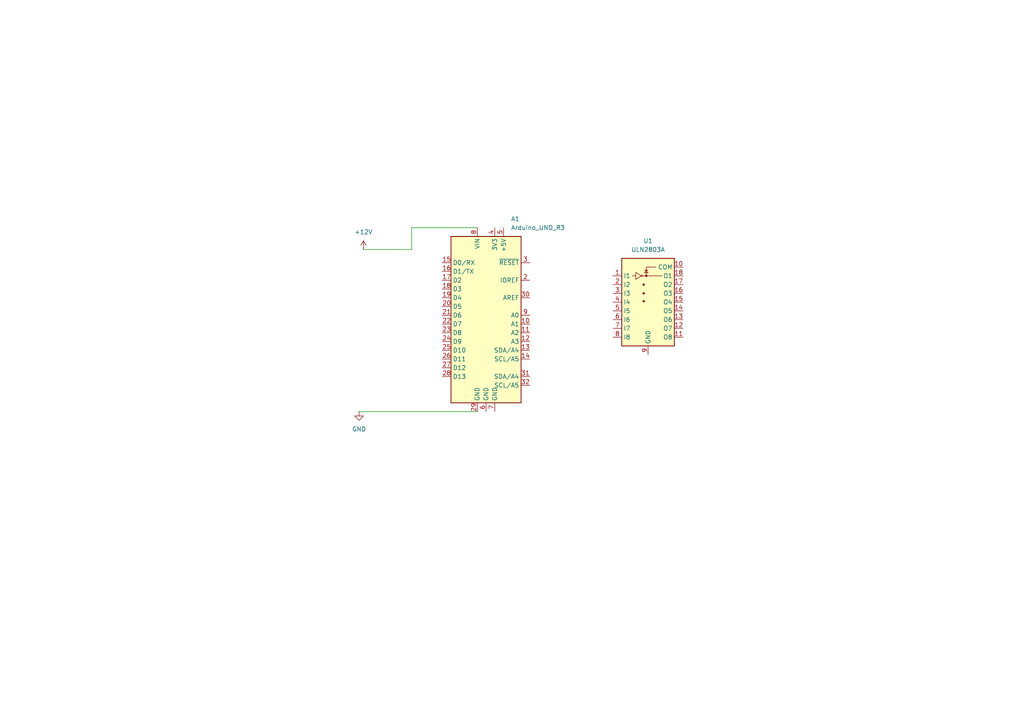
<source format=kicad_sch>
(kicad_sch
	(version 20250114)
	(generator "eeschema")
	(generator_version "9.0")
	(uuid "a002d704-c5be-46eb-b2c9-44da7de35087")
	(paper "A4")
	(lib_symbols
		(symbol "MCU_Module:Arduino_UNO_R3"
			(exclude_from_sim no)
			(in_bom yes)
			(on_board yes)
			(property "Reference" "A"
				(at -10.16 23.495 0)
				(effects
					(font
						(size 1.27 1.27)
					)
					(justify left bottom)
				)
			)
			(property "Value" "Arduino_UNO_R3"
				(at 5.08 -26.67 0)
				(effects
					(font
						(size 1.27 1.27)
					)
					(justify left top)
				)
			)
			(property "Footprint" "Module:Arduino_UNO_R3"
				(at 0 0 0)
				(effects
					(font
						(size 1.27 1.27)
						(italic yes)
					)
					(hide yes)
				)
			)
			(property "Datasheet" "https://www.arduino.cc/en/Main/arduinoBoardUno"
				(at 0 0 0)
				(effects
					(font
						(size 1.27 1.27)
					)
					(hide yes)
				)
			)
			(property "Description" "Arduino UNO Microcontroller Module, release 3"
				(at 0 0 0)
				(effects
					(font
						(size 1.27 1.27)
					)
					(hide yes)
				)
			)
			(property "ki_keywords" "Arduino UNO R3 Microcontroller Module Atmel AVR USB"
				(at 0 0 0)
				(effects
					(font
						(size 1.27 1.27)
					)
					(hide yes)
				)
			)
			(property "ki_fp_filters" "Arduino*UNO*R3*"
				(at 0 0 0)
				(effects
					(font
						(size 1.27 1.27)
					)
					(hide yes)
				)
			)
			(symbol "Arduino_UNO_R3_0_1"
				(rectangle
					(start -10.16 22.86)
					(end 10.16 -25.4)
					(stroke
						(width 0.254)
						(type default)
					)
					(fill
						(type background)
					)
				)
			)
			(symbol "Arduino_UNO_R3_1_1"
				(pin bidirectional line
					(at -12.7 15.24 0)
					(length 2.54)
					(name "D0/RX"
						(effects
							(font
								(size 1.27 1.27)
							)
						)
					)
					(number "15"
						(effects
							(font
								(size 1.27 1.27)
							)
						)
					)
				)
				(pin bidirectional line
					(at -12.7 12.7 0)
					(length 2.54)
					(name "D1/TX"
						(effects
							(font
								(size 1.27 1.27)
							)
						)
					)
					(number "16"
						(effects
							(font
								(size 1.27 1.27)
							)
						)
					)
				)
				(pin bidirectional line
					(at -12.7 10.16 0)
					(length 2.54)
					(name "D2"
						(effects
							(font
								(size 1.27 1.27)
							)
						)
					)
					(number "17"
						(effects
							(font
								(size 1.27 1.27)
							)
						)
					)
				)
				(pin bidirectional line
					(at -12.7 7.62 0)
					(length 2.54)
					(name "D3"
						(effects
							(font
								(size 1.27 1.27)
							)
						)
					)
					(number "18"
						(effects
							(font
								(size 1.27 1.27)
							)
						)
					)
				)
				(pin bidirectional line
					(at -12.7 5.08 0)
					(length 2.54)
					(name "D4"
						(effects
							(font
								(size 1.27 1.27)
							)
						)
					)
					(number "19"
						(effects
							(font
								(size 1.27 1.27)
							)
						)
					)
				)
				(pin bidirectional line
					(at -12.7 2.54 0)
					(length 2.54)
					(name "D5"
						(effects
							(font
								(size 1.27 1.27)
							)
						)
					)
					(number "20"
						(effects
							(font
								(size 1.27 1.27)
							)
						)
					)
				)
				(pin bidirectional line
					(at -12.7 0 0)
					(length 2.54)
					(name "D6"
						(effects
							(font
								(size 1.27 1.27)
							)
						)
					)
					(number "21"
						(effects
							(font
								(size 1.27 1.27)
							)
						)
					)
				)
				(pin bidirectional line
					(at -12.7 -2.54 0)
					(length 2.54)
					(name "D7"
						(effects
							(font
								(size 1.27 1.27)
							)
						)
					)
					(number "22"
						(effects
							(font
								(size 1.27 1.27)
							)
						)
					)
				)
				(pin bidirectional line
					(at -12.7 -5.08 0)
					(length 2.54)
					(name "D8"
						(effects
							(font
								(size 1.27 1.27)
							)
						)
					)
					(number "23"
						(effects
							(font
								(size 1.27 1.27)
							)
						)
					)
				)
				(pin bidirectional line
					(at -12.7 -7.62 0)
					(length 2.54)
					(name "D9"
						(effects
							(font
								(size 1.27 1.27)
							)
						)
					)
					(number "24"
						(effects
							(font
								(size 1.27 1.27)
							)
						)
					)
				)
				(pin bidirectional line
					(at -12.7 -10.16 0)
					(length 2.54)
					(name "D10"
						(effects
							(font
								(size 1.27 1.27)
							)
						)
					)
					(number "25"
						(effects
							(font
								(size 1.27 1.27)
							)
						)
					)
				)
				(pin bidirectional line
					(at -12.7 -12.7 0)
					(length 2.54)
					(name "D11"
						(effects
							(font
								(size 1.27 1.27)
							)
						)
					)
					(number "26"
						(effects
							(font
								(size 1.27 1.27)
							)
						)
					)
				)
				(pin bidirectional line
					(at -12.7 -15.24 0)
					(length 2.54)
					(name "D12"
						(effects
							(font
								(size 1.27 1.27)
							)
						)
					)
					(number "27"
						(effects
							(font
								(size 1.27 1.27)
							)
						)
					)
				)
				(pin bidirectional line
					(at -12.7 -17.78 0)
					(length 2.54)
					(name "D13"
						(effects
							(font
								(size 1.27 1.27)
							)
						)
					)
					(number "28"
						(effects
							(font
								(size 1.27 1.27)
							)
						)
					)
				)
				(pin no_connect line
					(at -10.16 -20.32 0)
					(length 2.54)
					(hide yes)
					(name "NC"
						(effects
							(font
								(size 1.27 1.27)
							)
						)
					)
					(number "1"
						(effects
							(font
								(size 1.27 1.27)
							)
						)
					)
				)
				(pin power_in line
					(at -2.54 25.4 270)
					(length 2.54)
					(name "VIN"
						(effects
							(font
								(size 1.27 1.27)
							)
						)
					)
					(number "8"
						(effects
							(font
								(size 1.27 1.27)
							)
						)
					)
				)
				(pin power_in line
					(at -2.54 -27.94 90)
					(length 2.54)
					(name "GND"
						(effects
							(font
								(size 1.27 1.27)
							)
						)
					)
					(number "29"
						(effects
							(font
								(size 1.27 1.27)
							)
						)
					)
				)
				(pin power_in line
					(at 0 -27.94 90)
					(length 2.54)
					(name "GND"
						(effects
							(font
								(size 1.27 1.27)
							)
						)
					)
					(number "6"
						(effects
							(font
								(size 1.27 1.27)
							)
						)
					)
				)
				(pin power_out line
					(at 2.54 25.4 270)
					(length 2.54)
					(name "3V3"
						(effects
							(font
								(size 1.27 1.27)
							)
						)
					)
					(number "4"
						(effects
							(font
								(size 1.27 1.27)
							)
						)
					)
				)
				(pin power_in line
					(at 2.54 -27.94 90)
					(length 2.54)
					(name "GND"
						(effects
							(font
								(size 1.27 1.27)
							)
						)
					)
					(number "7"
						(effects
							(font
								(size 1.27 1.27)
							)
						)
					)
				)
				(pin power_out line
					(at 5.08 25.4 270)
					(length 2.54)
					(name "+5V"
						(effects
							(font
								(size 1.27 1.27)
							)
						)
					)
					(number "5"
						(effects
							(font
								(size 1.27 1.27)
							)
						)
					)
				)
				(pin input line
					(at 12.7 15.24 180)
					(length 2.54)
					(name "~{RESET}"
						(effects
							(font
								(size 1.27 1.27)
							)
						)
					)
					(number "3"
						(effects
							(font
								(size 1.27 1.27)
							)
						)
					)
				)
				(pin output line
					(at 12.7 10.16 180)
					(length 2.54)
					(name "IOREF"
						(effects
							(font
								(size 1.27 1.27)
							)
						)
					)
					(number "2"
						(effects
							(font
								(size 1.27 1.27)
							)
						)
					)
				)
				(pin input line
					(at 12.7 5.08 180)
					(length 2.54)
					(name "AREF"
						(effects
							(font
								(size 1.27 1.27)
							)
						)
					)
					(number "30"
						(effects
							(font
								(size 1.27 1.27)
							)
						)
					)
				)
				(pin bidirectional line
					(at 12.7 0 180)
					(length 2.54)
					(name "A0"
						(effects
							(font
								(size 1.27 1.27)
							)
						)
					)
					(number "9"
						(effects
							(font
								(size 1.27 1.27)
							)
						)
					)
				)
				(pin bidirectional line
					(at 12.7 -2.54 180)
					(length 2.54)
					(name "A1"
						(effects
							(font
								(size 1.27 1.27)
							)
						)
					)
					(number "10"
						(effects
							(font
								(size 1.27 1.27)
							)
						)
					)
				)
				(pin bidirectional line
					(at 12.7 -5.08 180)
					(length 2.54)
					(name "A2"
						(effects
							(font
								(size 1.27 1.27)
							)
						)
					)
					(number "11"
						(effects
							(font
								(size 1.27 1.27)
							)
						)
					)
				)
				(pin bidirectional line
					(at 12.7 -7.62 180)
					(length 2.54)
					(name "A3"
						(effects
							(font
								(size 1.27 1.27)
							)
						)
					)
					(number "12"
						(effects
							(font
								(size 1.27 1.27)
							)
						)
					)
				)
				(pin bidirectional line
					(at 12.7 -10.16 180)
					(length 2.54)
					(name "SDA/A4"
						(effects
							(font
								(size 1.27 1.27)
							)
						)
					)
					(number "13"
						(effects
							(font
								(size 1.27 1.27)
							)
						)
					)
				)
				(pin bidirectional line
					(at 12.7 -12.7 180)
					(length 2.54)
					(name "SCL/A5"
						(effects
							(font
								(size 1.27 1.27)
							)
						)
					)
					(number "14"
						(effects
							(font
								(size 1.27 1.27)
							)
						)
					)
				)
				(pin bidirectional line
					(at 12.7 -17.78 180)
					(length 2.54)
					(name "SDA/A4"
						(effects
							(font
								(size 1.27 1.27)
							)
						)
					)
					(number "31"
						(effects
							(font
								(size 1.27 1.27)
							)
						)
					)
				)
				(pin bidirectional line
					(at 12.7 -20.32 180)
					(length 2.54)
					(name "SCL/A5"
						(effects
							(font
								(size 1.27 1.27)
							)
						)
					)
					(number "32"
						(effects
							(font
								(size 1.27 1.27)
							)
						)
					)
				)
			)
			(embedded_fonts no)
		)
		(symbol "Transistor_Array:ULN2803A"
			(exclude_from_sim no)
			(in_bom yes)
			(on_board yes)
			(property "Reference" "U"
				(at 0 13.335 0)
				(effects
					(font
						(size 1.27 1.27)
					)
				)
			)
			(property "Value" "ULN2803A"
				(at 0 11.43 0)
				(effects
					(font
						(size 1.27 1.27)
					)
				)
			)
			(property "Footprint" ""
				(at 1.27 -16.51 0)
				(effects
					(font
						(size 1.27 1.27)
					)
					(justify left)
					(hide yes)
				)
			)
			(property "Datasheet" "http://www.ti.com/lit/ds/symlink/uln2803a.pdf"
				(at 2.54 -5.08 0)
				(effects
					(font
						(size 1.27 1.27)
					)
					(hide yes)
				)
			)
			(property "Description" "Darlington Transistor Arrays, SOIC18/DIP18"
				(at 0 0 0)
				(effects
					(font
						(size 1.27 1.27)
					)
					(hide yes)
				)
			)
			(property "ki_keywords" "Darlington transistor array"
				(at 0 0 0)
				(effects
					(font
						(size 1.27 1.27)
					)
					(hide yes)
				)
			)
			(property "ki_fp_filters" "DIP*W7.62mm* SOIC*7.5x11.6mm*P1.27mm*"
				(at 0 0 0)
				(effects
					(font
						(size 1.27 1.27)
					)
					(hide yes)
				)
			)
			(symbol "ULN2803A_0_1"
				(rectangle
					(start -7.62 -15.24)
					(end 7.62 10.16)
					(stroke
						(width 0.254)
						(type default)
					)
					(fill
						(type background)
					)
				)
				(polyline
					(pts
						(xy -4.572 5.08) (xy -3.556 5.08)
					)
					(stroke
						(width 0)
						(type default)
					)
					(fill
						(type none)
					)
				)
				(polyline
					(pts
						(xy -3.556 6.096) (xy -3.556 4.064) (xy -2.032 5.08) (xy -3.556 6.096)
					)
					(stroke
						(width 0)
						(type default)
					)
					(fill
						(type none)
					)
				)
				(circle
					(center -1.778 5.08)
					(radius 0.254)
					(stroke
						(width 0)
						(type default)
					)
					(fill
						(type none)
					)
				)
				(polyline
					(pts
						(xy -1.524 5.08) (xy 4.064 5.08)
					)
					(stroke
						(width 0)
						(type default)
					)
					(fill
						(type none)
					)
				)
				(circle
					(center -1.27 2.54)
					(radius 0.254)
					(stroke
						(width 0)
						(type default)
					)
					(fill
						(type outline)
					)
				)
				(circle
					(center -1.27 0)
					(radius 0.254)
					(stroke
						(width 0)
						(type default)
					)
					(fill
						(type outline)
					)
				)
				(circle
					(center -1.27 -2.286)
					(radius 0.254)
					(stroke
						(width 0)
						(type default)
					)
					(fill
						(type outline)
					)
				)
				(circle
					(center -0.508 5.08)
					(radius 0.254)
					(stroke
						(width 0)
						(type default)
					)
					(fill
						(type outline)
					)
				)
				(polyline
					(pts
						(xy -0.508 5.08) (xy -0.508 7.62) (xy 2.286 7.62)
					)
					(stroke
						(width 0)
						(type default)
					)
					(fill
						(type none)
					)
				)
				(polyline
					(pts
						(xy 0 6.731) (xy -1.016 6.731)
					)
					(stroke
						(width 0)
						(type default)
					)
					(fill
						(type none)
					)
				)
				(polyline
					(pts
						(xy 0 5.969) (xy -1.016 5.969) (xy -0.508 6.731) (xy 0 5.969)
					)
					(stroke
						(width 0)
						(type default)
					)
					(fill
						(type none)
					)
				)
			)
			(symbol "ULN2803A_1_1"
				(pin input line
					(at -10.16 5.08 0)
					(length 2.54)
					(name "I1"
						(effects
							(font
								(size 1.27 1.27)
							)
						)
					)
					(number "1"
						(effects
							(font
								(size 1.27 1.27)
							)
						)
					)
				)
				(pin input line
					(at -10.16 2.54 0)
					(length 2.54)
					(name "I2"
						(effects
							(font
								(size 1.27 1.27)
							)
						)
					)
					(number "2"
						(effects
							(font
								(size 1.27 1.27)
							)
						)
					)
				)
				(pin input line
					(at -10.16 0 0)
					(length 2.54)
					(name "I3"
						(effects
							(font
								(size 1.27 1.27)
							)
						)
					)
					(number "3"
						(effects
							(font
								(size 1.27 1.27)
							)
						)
					)
				)
				(pin input line
					(at -10.16 -2.54 0)
					(length 2.54)
					(name "I4"
						(effects
							(font
								(size 1.27 1.27)
							)
						)
					)
					(number "4"
						(effects
							(font
								(size 1.27 1.27)
							)
						)
					)
				)
				(pin input line
					(at -10.16 -5.08 0)
					(length 2.54)
					(name "I5"
						(effects
							(font
								(size 1.27 1.27)
							)
						)
					)
					(number "5"
						(effects
							(font
								(size 1.27 1.27)
							)
						)
					)
				)
				(pin input line
					(at -10.16 -7.62 0)
					(length 2.54)
					(name "I6"
						(effects
							(font
								(size 1.27 1.27)
							)
						)
					)
					(number "6"
						(effects
							(font
								(size 1.27 1.27)
							)
						)
					)
				)
				(pin input line
					(at -10.16 -10.16 0)
					(length 2.54)
					(name "I7"
						(effects
							(font
								(size 1.27 1.27)
							)
						)
					)
					(number "7"
						(effects
							(font
								(size 1.27 1.27)
							)
						)
					)
				)
				(pin input line
					(at -10.16 -12.7 0)
					(length 2.54)
					(name "I8"
						(effects
							(font
								(size 1.27 1.27)
							)
						)
					)
					(number "8"
						(effects
							(font
								(size 1.27 1.27)
							)
						)
					)
				)
				(pin power_in line
					(at 0 -17.78 90)
					(length 2.54)
					(name "GND"
						(effects
							(font
								(size 1.27 1.27)
							)
						)
					)
					(number "9"
						(effects
							(font
								(size 1.27 1.27)
							)
						)
					)
				)
				(pin passive line
					(at 10.16 7.62 180)
					(length 2.54)
					(name "COM"
						(effects
							(font
								(size 1.27 1.27)
							)
						)
					)
					(number "10"
						(effects
							(font
								(size 1.27 1.27)
							)
						)
					)
				)
				(pin open_collector line
					(at 10.16 5.08 180)
					(length 2.54)
					(name "O1"
						(effects
							(font
								(size 1.27 1.27)
							)
						)
					)
					(number "18"
						(effects
							(font
								(size 1.27 1.27)
							)
						)
					)
				)
				(pin open_collector line
					(at 10.16 2.54 180)
					(length 2.54)
					(name "O2"
						(effects
							(font
								(size 1.27 1.27)
							)
						)
					)
					(number "17"
						(effects
							(font
								(size 1.27 1.27)
							)
						)
					)
				)
				(pin open_collector line
					(at 10.16 0 180)
					(length 2.54)
					(name "O3"
						(effects
							(font
								(size 1.27 1.27)
							)
						)
					)
					(number "16"
						(effects
							(font
								(size 1.27 1.27)
							)
						)
					)
				)
				(pin open_collector line
					(at 10.16 -2.54 180)
					(length 2.54)
					(name "O4"
						(effects
							(font
								(size 1.27 1.27)
							)
						)
					)
					(number "15"
						(effects
							(font
								(size 1.27 1.27)
							)
						)
					)
				)
				(pin open_collector line
					(at 10.16 -5.08 180)
					(length 2.54)
					(name "O5"
						(effects
							(font
								(size 1.27 1.27)
							)
						)
					)
					(number "14"
						(effects
							(font
								(size 1.27 1.27)
							)
						)
					)
				)
				(pin open_collector line
					(at 10.16 -7.62 180)
					(length 2.54)
					(name "O6"
						(effects
							(font
								(size 1.27 1.27)
							)
						)
					)
					(number "13"
						(effects
							(font
								(size 1.27 1.27)
							)
						)
					)
				)
				(pin open_collector line
					(at 10.16 -10.16 180)
					(length 2.54)
					(name "O7"
						(effects
							(font
								(size 1.27 1.27)
							)
						)
					)
					(number "12"
						(effects
							(font
								(size 1.27 1.27)
							)
						)
					)
				)
				(pin open_collector line
					(at 10.16 -12.7 180)
					(length 2.54)
					(name "O8"
						(effects
							(font
								(size 1.27 1.27)
							)
						)
					)
					(number "11"
						(effects
							(font
								(size 1.27 1.27)
							)
						)
					)
				)
			)
			(embedded_fonts no)
		)
		(symbol "power:+12V"
			(power)
			(pin_numbers
				(hide yes)
			)
			(pin_names
				(offset 0)
				(hide yes)
			)
			(exclude_from_sim no)
			(in_bom yes)
			(on_board yes)
			(property "Reference" "#PWR"
				(at 0 -3.81 0)
				(effects
					(font
						(size 1.27 1.27)
					)
					(hide yes)
				)
			)
			(property "Value" "+12V"
				(at 0 3.556 0)
				(effects
					(font
						(size 1.27 1.27)
					)
				)
			)
			(property "Footprint" ""
				(at 0 0 0)
				(effects
					(font
						(size 1.27 1.27)
					)
					(hide yes)
				)
			)
			(property "Datasheet" ""
				(at 0 0 0)
				(effects
					(font
						(size 1.27 1.27)
					)
					(hide yes)
				)
			)
			(property "Description" "Power symbol creates a global label with name \"+12V\""
				(at 0 0 0)
				(effects
					(font
						(size 1.27 1.27)
					)
					(hide yes)
				)
			)
			(property "ki_keywords" "global power"
				(at 0 0 0)
				(effects
					(font
						(size 1.27 1.27)
					)
					(hide yes)
				)
			)
			(symbol "+12V_0_1"
				(polyline
					(pts
						(xy -0.762 1.27) (xy 0 2.54)
					)
					(stroke
						(width 0)
						(type default)
					)
					(fill
						(type none)
					)
				)
				(polyline
					(pts
						(xy 0 2.54) (xy 0.762 1.27)
					)
					(stroke
						(width 0)
						(type default)
					)
					(fill
						(type none)
					)
				)
				(polyline
					(pts
						(xy 0 0) (xy 0 2.54)
					)
					(stroke
						(width 0)
						(type default)
					)
					(fill
						(type none)
					)
				)
			)
			(symbol "+12V_1_1"
				(pin power_in line
					(at 0 0 90)
					(length 0)
					(name "~"
						(effects
							(font
								(size 1.27 1.27)
							)
						)
					)
					(number "1"
						(effects
							(font
								(size 1.27 1.27)
							)
						)
					)
				)
			)
			(embedded_fonts no)
		)
		(symbol "power:GND"
			(power)
			(pin_numbers
				(hide yes)
			)
			(pin_names
				(offset 0)
				(hide yes)
			)
			(exclude_from_sim no)
			(in_bom yes)
			(on_board yes)
			(property "Reference" "#PWR"
				(at 0 -6.35 0)
				(effects
					(font
						(size 1.27 1.27)
					)
					(hide yes)
				)
			)
			(property "Value" "GND"
				(at 0 -3.81 0)
				(effects
					(font
						(size 1.27 1.27)
					)
				)
			)
			(property "Footprint" ""
				(at 0 0 0)
				(effects
					(font
						(size 1.27 1.27)
					)
					(hide yes)
				)
			)
			(property "Datasheet" ""
				(at 0 0 0)
				(effects
					(font
						(size 1.27 1.27)
					)
					(hide yes)
				)
			)
			(property "Description" "Power symbol creates a global label with name \"GND\" , ground"
				(at 0 0 0)
				(effects
					(font
						(size 1.27 1.27)
					)
					(hide yes)
				)
			)
			(property "ki_keywords" "global power"
				(at 0 0 0)
				(effects
					(font
						(size 1.27 1.27)
					)
					(hide yes)
				)
			)
			(symbol "GND_0_1"
				(polyline
					(pts
						(xy 0 0) (xy 0 -1.27) (xy 1.27 -1.27) (xy 0 -2.54) (xy -1.27 -1.27) (xy 0 -1.27)
					)
					(stroke
						(width 0)
						(type default)
					)
					(fill
						(type none)
					)
				)
			)
			(symbol "GND_1_1"
				(pin power_in line
					(at 0 0 270)
					(length 0)
					(name "~"
						(effects
							(font
								(size 1.27 1.27)
							)
						)
					)
					(number "1"
						(effects
							(font
								(size 1.27 1.27)
							)
						)
					)
				)
			)
			(embedded_fonts no)
		)
	)
	(wire
		(pts
			(xy 104.14 119.38) (xy 138.43 119.38)
		)
		(stroke
			(width 0)
			(type default)
		)
		(uuid "10e54856-c89d-4180-9da7-e68527c22f8d")
	)
	(wire
		(pts
			(xy 105.41 72.39) (xy 119.38 72.39)
		)
		(stroke
			(width 0)
			(type default)
		)
		(uuid "12c69fd3-64da-4738-9319-16037609fa95")
	)
	(wire
		(pts
			(xy 119.38 72.39) (xy 119.38 66.04)
		)
		(stroke
			(width 0)
			(type default)
		)
		(uuid "d9acf215-cd9f-4ab2-8aac-741db8ff8a5f")
	)
	(wire
		(pts
			(xy 119.38 66.04) (xy 138.43 66.04)
		)
		(stroke
			(width 0)
			(type default)
		)
		(uuid "fcdd9eae-3959-4feb-a03a-e815919c7cd1")
	)
	(symbol
		(lib_id "MCU_Module:Arduino_UNO_R3")
		(at 140.97 91.44 0)
		(unit 1)
		(exclude_from_sim no)
		(in_bom yes)
		(on_board yes)
		(dnp no)
		(fields_autoplaced yes)
		(uuid "3139ed5f-5b13-4fef-a58c-5a3a8276449c")
		(property "Reference" "A1"
			(at 148.1933 63.5 0)
			(effects
				(font
					(size 1.27 1.27)
				)
				(justify left)
			)
		)
		(property "Value" "Arduino_UNO_R3"
			(at 148.1933 66.04 0)
			(effects
				(font
					(size 1.27 1.27)
				)
				(justify left)
			)
		)
		(property "Footprint" "Module:Arduino_UNO_R3"
			(at 140.97 91.44 0)
			(effects
				(font
					(size 1.27 1.27)
					(italic yes)
				)
				(hide yes)
			)
		)
		(property "Datasheet" "https://www.arduino.cc/en/Main/arduinoBoardUno"
			(at 140.97 91.44 0)
			(effects
				(font
					(size 1.27 1.27)
				)
				(hide yes)
			)
		)
		(property "Description" "Arduino UNO Microcontroller Module, release 3"
			(at 140.97 91.44 0)
			(effects
				(font
					(size 1.27 1.27)
				)
				(hide yes)
			)
		)
		(pin "7"
			(uuid "0054f30b-d48c-4039-ad55-87c58c9baa64")
		)
		(pin "13"
			(uuid "fe7e377f-d238-4a00-bec1-3cb58918e590")
		)
		(pin "31"
			(uuid "d939f446-9b2d-4c9f-9beb-44d1007c4914")
		)
		(pin "18"
			(uuid "a486c410-312b-410a-959c-9ab1bab05f84")
		)
		(pin "15"
			(uuid "aea8f0ab-b8eb-4e87-a476-5c3785eb3877")
		)
		(pin "2"
			(uuid "d5e147fc-2ff9-4b5f-a645-6353996fc873")
		)
		(pin "27"
			(uuid "6fed4dd1-c2bc-4a08-981c-4b79610f91b2")
		)
		(pin "8"
			(uuid "345b6f4d-7948-4b99-a376-73bb353819bb")
		)
		(pin "10"
			(uuid "7411203b-61a2-49ea-8cf0-1939b850f3a6")
		)
		(pin "3"
			(uuid "5c1b6303-fb82-4d74-b340-cd7ffefe397c")
		)
		(pin "4"
			(uuid "c51bb22d-68f0-47a3-b7eb-e7b54819d19e")
		)
		(pin "16"
			(uuid "0b7ab32d-c098-4ac2-b404-fdad577557fc")
		)
		(pin "17"
			(uuid "85b78a81-a00d-4b2a-b1cc-ed04c71ac059")
		)
		(pin "25"
			(uuid "e97bd56e-7072-4ad9-a568-7217759ec5e6")
		)
		(pin "12"
			(uuid "42e0e0f0-f3db-415f-9b89-eb59d13683cc")
		)
		(pin "29"
			(uuid "3dce3a28-0621-4733-99c6-eedf7511e084")
		)
		(pin "14"
			(uuid "bdeea617-c8b7-4cfe-abaf-8333ffb592ca")
		)
		(pin "22"
			(uuid "4cd71be7-3ecc-421f-949a-18f753a6906b")
		)
		(pin "20"
			(uuid "37ec1cc4-0635-46d8-bbdf-dae19c5978f1")
		)
		(pin "24"
			(uuid "62682a6a-5e51-411f-8982-f539c76bbb43")
		)
		(pin "21"
			(uuid "c884e715-34b7-4fe0-8a92-c0c20c697912")
		)
		(pin "23"
			(uuid "672b13bf-caf8-486f-a978-fa59036991d0")
		)
		(pin "26"
			(uuid "e4789143-3bdd-4af6-b2fb-833e03e53928")
		)
		(pin "1"
			(uuid "ce916f8e-378e-4952-b62a-cea59b743b51")
		)
		(pin "6"
			(uuid "90331478-58c7-4d45-9030-d2f76eedad0e")
		)
		(pin "5"
			(uuid "bb9f374e-7ab5-4344-b41f-dce129f7bf68")
		)
		(pin "28"
			(uuid "792926b8-0eea-4843-9c4a-2b1a48d741aa")
		)
		(pin "30"
			(uuid "6655c94d-c6d8-4e1a-991d-16f699a88b49")
		)
		(pin "9"
			(uuid "fb6b62f8-f2b2-443a-912e-e1599f88cedc")
		)
		(pin "19"
			(uuid "a7771a09-d957-4902-a641-31e1d4ecf6dc")
		)
		(pin "11"
			(uuid "9a006fe1-ff88-465a-89bc-3994f5bc84a6")
		)
		(pin "32"
			(uuid "19661ecb-24c1-44b3-87d4-4a0260c8e540")
		)
		(instances
			(project ""
				(path "/a002d704-c5be-46eb-b2c9-44da7de35087"
					(reference "A1")
					(unit 1)
				)
			)
		)
	)
	(symbol
		(lib_id "power:GND")
		(at 104.14 119.38 0)
		(unit 1)
		(exclude_from_sim no)
		(in_bom yes)
		(on_board yes)
		(dnp no)
		(fields_autoplaced yes)
		(uuid "8a3e92c3-50cf-4b0e-ad4b-8986bd47f9b5")
		(property "Reference" "#PWR01"
			(at 104.14 125.73 0)
			(effects
				(font
					(size 1.27 1.27)
				)
				(hide yes)
			)
		)
		(property "Value" "GND"
			(at 104.14 124.46 0)
			(effects
				(font
					(size 1.27 1.27)
				)
			)
		)
		(property "Footprint" ""
			(at 104.14 119.38 0)
			(effects
				(font
					(size 1.27 1.27)
				)
				(hide yes)
			)
		)
		(property "Datasheet" ""
			(at 104.14 119.38 0)
			(effects
				(font
					(size 1.27 1.27)
				)
				(hide yes)
			)
		)
		(property "Description" "Power symbol creates a global label with name \"GND\" , ground"
			(at 104.14 119.38 0)
			(effects
				(font
					(size 1.27 1.27)
				)
				(hide yes)
			)
		)
		(pin "1"
			(uuid "6566e4b3-a318-4338-84d2-6e3a6a7c35b3")
		)
		(instances
			(project ""
				(path "/a002d704-c5be-46eb-b2c9-44da7de35087"
					(reference "#PWR01")
					(unit 1)
				)
			)
		)
	)
	(symbol
		(lib_id "Transistor_Array:ULN2803A")
		(at 187.96 85.09 0)
		(unit 1)
		(exclude_from_sim no)
		(in_bom yes)
		(on_board yes)
		(dnp no)
		(fields_autoplaced yes)
		(uuid "992fef35-8b97-4738-91a4-bedea64f8e64")
		(property "Reference" "U1"
			(at 187.96 69.85 0)
			(effects
				(font
					(size 1.27 1.27)
				)
			)
		)
		(property "Value" "ULN2803A"
			(at 187.96 72.39 0)
			(effects
				(font
					(size 1.27 1.27)
				)
			)
		)
		(property "Footprint" ""
			(at 189.23 101.6 0)
			(effects
				(font
					(size 1.27 1.27)
				)
				(justify left)
				(hide yes)
			)
		)
		(property "Datasheet" "http://www.ti.com/lit/ds/symlink/uln2803a.pdf"
			(at 190.5 90.17 0)
			(effects
				(font
					(size 1.27 1.27)
				)
				(hide yes)
			)
		)
		(property "Description" "Darlington Transistor Arrays, SOIC18/DIP18"
			(at 187.96 85.09 0)
			(effects
				(font
					(size 1.27 1.27)
				)
				(hide yes)
			)
		)
		(pin "11"
			(uuid "5f08a5c7-6365-47f0-b638-08c3fae4e2be")
		)
		(pin "10"
			(uuid "2b9efa65-5be1-4cba-9e48-2f974fd38c51")
		)
		(pin "3"
			(uuid "faa308b7-5fb3-4e19-b9b4-35f630056169")
		)
		(pin "7"
			(uuid "6bb85472-ad0b-4999-ba63-4a9bb85cf8e7")
		)
		(pin "2"
			(uuid "6dc39ee1-4cae-45dc-a7dc-6625662146db")
		)
		(pin "8"
			(uuid "8edb6d21-d878-4344-9063-eb53b32f713f")
		)
		(pin "18"
			(uuid "f2054e69-bec1-4189-bb55-fa091f2fdb7b")
		)
		(pin "17"
			(uuid "7705ea23-5ab5-481c-8ea2-b4b7b3b5752e")
		)
		(pin "14"
			(uuid "3d22e796-90e6-42db-9285-0b26d8259656")
		)
		(pin "15"
			(uuid "2f9aa41d-9f5d-4544-953d-edb6cee3e813")
		)
		(pin "16"
			(uuid "768711c1-363a-4478-8a6a-756eaf673cb2")
		)
		(pin "12"
			(uuid "9c14ef17-8ca6-462f-a1c9-ec86a57c6012")
		)
		(pin "1"
			(uuid "34888f76-4ec2-44b0-beea-a62858d8a0f4")
		)
		(pin "4"
			(uuid "7b335acc-c581-4049-96c5-3fc7f3dad595")
		)
		(pin "5"
			(uuid "0a250adf-c70b-4782-9909-312a1eea9088")
		)
		(pin "6"
			(uuid "06889383-e9ba-4ae2-b54c-bfd5089c291c")
		)
		(pin "9"
			(uuid "b6a1ce66-0d68-4aed-a0ea-bdffc5920caa")
		)
		(pin "13"
			(uuid "e666b046-5fdd-4c0f-8ad1-7b69fe9bbe57")
		)
		(instances
			(project ""
				(path "/a002d704-c5be-46eb-b2c9-44da7de35087"
					(reference "U1")
					(unit 1)
				)
			)
		)
	)
	(symbol
		(lib_id "power:+12V")
		(at 105.41 72.39 0)
		(unit 1)
		(exclude_from_sim no)
		(in_bom yes)
		(on_board yes)
		(dnp no)
		(fields_autoplaced yes)
		(uuid "bea49394-561e-4494-a26b-714ef73f95b8")
		(property "Reference" "#PWR02"
			(at 105.41 76.2 0)
			(effects
				(font
					(size 1.27 1.27)
				)
				(hide yes)
			)
		)
		(property "Value" "+12V"
			(at 105.41 67.31 0)
			(effects
				(font
					(size 1.27 1.27)
				)
			)
		)
		(property "Footprint" ""
			(at 105.41 72.39 0)
			(effects
				(font
					(size 1.27 1.27)
				)
				(hide yes)
			)
		)
		(property "Datasheet" ""
			(at 105.41 72.39 0)
			(effects
				(font
					(size 1.27 1.27)
				)
				(hide yes)
			)
		)
		(property "Description" "Power symbol creates a global label with name \"+12V\""
			(at 105.41 72.39 0)
			(effects
				(font
					(size 1.27 1.27)
				)
				(hide yes)
			)
		)
		(pin "1"
			(uuid "5402392f-e68b-4ca2-932f-81376c91fb4f")
		)
		(instances
			(project ""
				(path "/a002d704-c5be-46eb-b2c9-44da7de35087"
					(reference "#PWR02")
					(unit 1)
				)
			)
		)
	)
	(sheet_instances
		(path "/"
			(page "1")
		)
	)
	(embedded_fonts no)
)

</source>
